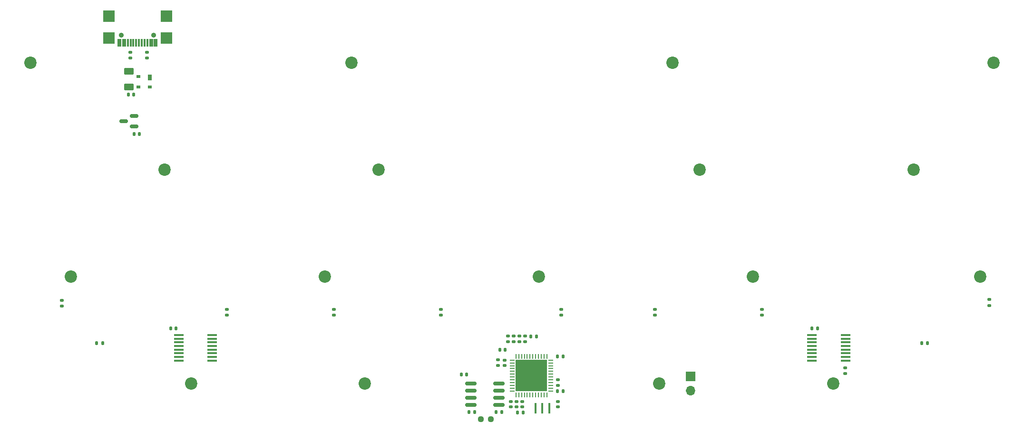
<source format=gbr>
%TF.GenerationSoftware,KiCad,Pcbnew,(7.0.0)*%
%TF.CreationDate,2023-09-28T20:04:14+02:00*%
%TF.ProjectId,travaulta,74726176-6175-46c7-9461-2e6b69636164,rev?*%
%TF.SameCoordinates,Original*%
%TF.FileFunction,Soldermask,Bot*%
%TF.FilePolarity,Negative*%
%FSLAX46Y46*%
G04 Gerber Fmt 4.6, Leading zero omitted, Abs format (unit mm)*
G04 Created by KiCad (PCBNEW (7.0.0)) date 2023-09-28 20:04:14*
%MOMM*%
%LPD*%
G01*
G04 APERTURE LIST*
G04 Aperture macros list*
%AMRoundRect*
0 Rectangle with rounded corners*
0 $1 Rounding radius*
0 $2 $3 $4 $5 $6 $7 $8 $9 X,Y pos of 4 corners*
0 Add a 4 corners polygon primitive as box body*
4,1,4,$2,$3,$4,$5,$6,$7,$8,$9,$2,$3,0*
0 Add four circle primitives for the rounded corners*
1,1,$1+$1,$2,$3*
1,1,$1+$1,$4,$5*
1,1,$1+$1,$6,$7*
1,1,$1+$1,$8,$9*
0 Add four rect primitives between the rounded corners*
20,1,$1+$1,$2,$3,$4,$5,0*
20,1,$1+$1,$4,$5,$6,$7,0*
20,1,$1+$1,$6,$7,$8,$9,0*
20,1,$1+$1,$8,$9,$2,$3,0*%
G04 Aperture macros list end*
%ADD10C,2.200000*%
%ADD11R,0.400000X1.900000*%
%ADD12RoundRect,0.140000X0.140000X0.170000X-0.140000X0.170000X-0.140000X-0.170000X0.140000X-0.170000X0*%
%ADD13RoundRect,0.140000X-0.140000X-0.170000X0.140000X-0.170000X0.140000X0.170000X-0.140000X0.170000X0*%
%ADD14RoundRect,0.140000X-0.170000X0.140000X-0.170000X-0.140000X0.170000X-0.140000X0.170000X0.140000X0*%
%ADD15RoundRect,0.150000X-0.825000X-0.150000X0.825000X-0.150000X0.825000X0.150000X-0.825000X0.150000X0*%
%ADD16RoundRect,0.135000X-0.185000X0.135000X-0.185000X-0.135000X0.185000X-0.135000X0.185000X0.135000X0*%
%ADD17RoundRect,0.135000X0.185000X-0.135000X0.185000X0.135000X-0.185000X0.135000X-0.185000X-0.135000X0*%
%ADD18RoundRect,0.135000X-0.135000X-0.185000X0.135000X-0.185000X0.135000X0.185000X-0.135000X0.185000X0*%
%ADD19RoundRect,0.062500X0.062500X-0.375000X0.062500X0.375000X-0.062500X0.375000X-0.062500X-0.375000X0*%
%ADD20RoundRect,0.062500X0.375000X-0.062500X0.375000X0.062500X-0.375000X0.062500X-0.375000X-0.062500X0*%
%ADD21R,5.600000X5.600000*%
%ADD22RoundRect,0.135000X0.135000X0.185000X-0.135000X0.185000X-0.135000X-0.185000X0.135000X-0.185000X0*%
%ADD23R,1.778000X0.419100*%
%ADD24RoundRect,0.250000X-0.625000X0.375000X-0.625000X-0.375000X0.625000X-0.375000X0.625000X0.375000X0*%
%ADD25R,0.700000X1.000000*%
%ADD26R,0.700000X0.600000*%
%ADD27RoundRect,0.140000X0.170000X-0.140000X0.170000X0.140000X-0.170000X0.140000X-0.170000X-0.140000X0*%
%ADD28R,1.700000X1.700000*%
%ADD29O,1.700000X1.700000*%
%ADD30RoundRect,0.150000X0.587500X0.150000X-0.587500X0.150000X-0.587500X-0.150000X0.587500X-0.150000X0*%
%ADD31RoundRect,0.237500X0.250000X0.237500X-0.250000X0.237500X-0.250000X-0.237500X0.250000X-0.237500X0*%
%ADD32C,0.900000*%
%ADD33RoundRect,0.050000X-0.300000X-0.650000X0.300000X-0.650000X0.300000X0.650000X-0.300000X0.650000X0*%
%ADD34RoundRect,0.050000X-0.150000X-0.650000X0.150000X-0.650000X0.150000X0.650000X-0.150000X0.650000X0*%
%ADD35RoundRect,0.050000X-1.000000X-1.000000X1.000000X-1.000000X1.000000X1.000000X-1.000000X1.000000X0*%
G04 APERTURE END LIST*
D10*
%TO.C,H2*%
X120650000Y-57150000D03*
%TD*%
%TO.C,H11*%
X153987500Y-95250000D03*
%TD*%
%TO.C,H1*%
X63500000Y-57150000D03*
%TD*%
%TO.C,H9*%
X70643750Y-95250000D03*
%TD*%
%TO.C,H13*%
X232568750Y-95250000D03*
%TD*%
%TO.C,H5*%
X87312500Y-76200000D03*
%TD*%
%TO.C,H10*%
X115887500Y-95250000D03*
%TD*%
%TO.C,H8*%
X220662500Y-76200000D03*
%TD*%
%TO.C,H15*%
X123031250Y-114300000D03*
%TD*%
%TO.C,H3*%
X177800000Y-57150000D03*
%TD*%
%TO.C,H17*%
X206375000Y-114300000D03*
%TD*%
%TO.C,H4*%
X234950000Y-57150000D03*
%TD*%
%TO.C,H6*%
X125412500Y-76200000D03*
%TD*%
%TO.C,H16*%
X175418750Y-114300000D03*
%TD*%
%TO.C,H12*%
X192087500Y-95250000D03*
%TD*%
%TO.C,H7*%
X182562500Y-76200000D03*
%TD*%
%TO.C,H14*%
X92075000Y-114300000D03*
%TD*%
D11*
%TO.C,Y1*%
X153415999Y-118744999D03*
X154615999Y-118744999D03*
X155815999Y-118744999D03*
%TD*%
D12*
%TO.C,C7*%
X147984000Y-108331000D03*
X147024000Y-108331000D03*
%TD*%
D13*
%TO.C,C12*%
X202609436Y-104534305D03*
X203569436Y-104534305D03*
%TD*%
D14*
%TO.C,C15*%
X149031000Y-117540000D03*
X149031000Y-118500000D03*
%TD*%
D15*
%TO.C,U5*%
X141899097Y-118120501D03*
X141899097Y-116850501D03*
X141899097Y-115580501D03*
X141899097Y-114310501D03*
X146849097Y-114310501D03*
X146849097Y-115580501D03*
X146849097Y-116850501D03*
X146849097Y-118120501D03*
%TD*%
D16*
%TO.C,R7*%
X146742000Y-110107000D03*
X146742000Y-111127000D03*
%TD*%
D17*
%TO.C,R11*%
X98425000Y-102110000D03*
X98425000Y-101090000D03*
%TD*%
D16*
%TO.C,R2*%
X151511000Y-105877000D03*
X151511000Y-106897000D03*
%TD*%
D13*
%TO.C,C9*%
X157311000Y-115663994D03*
X158271000Y-115663994D03*
%TD*%
D18*
%TO.C,R4*%
X152525000Y-105918000D03*
X153545000Y-105918000D03*
%TD*%
D19*
%TO.C,U1*%
X155404000Y-116340500D03*
X154904000Y-116340500D03*
X154404000Y-116340500D03*
X153904000Y-116340500D03*
X153404000Y-116340500D03*
X152904000Y-116340500D03*
X152404000Y-116340500D03*
X151904000Y-116340500D03*
X151404000Y-116340500D03*
X150904000Y-116340500D03*
X150404000Y-116340500D03*
X149904000Y-116340500D03*
D20*
X149216500Y-115653000D03*
X149216500Y-115153000D03*
X149216500Y-114653000D03*
X149216500Y-114153000D03*
X149216500Y-113653000D03*
X149216500Y-113153000D03*
X149216500Y-112653000D03*
X149216500Y-112153000D03*
X149216500Y-111653000D03*
X149216500Y-111153000D03*
X149216500Y-110653000D03*
X149216500Y-110153000D03*
D19*
X149904000Y-109465500D03*
X150404000Y-109465500D03*
X150904000Y-109465500D03*
X151404000Y-109465500D03*
X151904000Y-109465500D03*
X152404000Y-109465500D03*
X152904000Y-109465500D03*
X153404000Y-109465500D03*
X153904000Y-109465500D03*
X154404000Y-109465500D03*
X154904000Y-109465500D03*
X155404000Y-109465500D03*
D20*
X156091500Y-110153000D03*
X156091500Y-110653000D03*
X156091500Y-111153000D03*
X156091500Y-111653000D03*
X156091500Y-112153000D03*
X156091500Y-112653000D03*
X156091500Y-113153000D03*
X156091500Y-113653000D03*
X156091500Y-114153000D03*
X156091500Y-114653000D03*
X156091500Y-115153000D03*
X156091500Y-115653000D03*
D21*
X152653999Y-112902999D03*
%TD*%
D17*
%TO.C,R12*%
X157956250Y-102110000D03*
X157956250Y-101090000D03*
%TD*%
%TO.C,R15*%
X69088000Y-100522500D03*
X69088000Y-99502500D03*
%TD*%
D14*
%TO.C,C11*%
X151063000Y-117540000D03*
X151063000Y-118500000D03*
%TD*%
D22*
%TO.C,R13*%
X76305148Y-107156250D03*
X75285148Y-107156250D03*
%TD*%
D13*
%TO.C,C8*%
X157311000Y-109474000D03*
X158271000Y-109474000D03*
%TD*%
D17*
%TO.C,R10*%
X174625000Y-102110000D03*
X174625000Y-101090000D03*
%TD*%
D23*
%TO.C,U3*%
X208555589Y-105676699D03*
X208555589Y-106326939D03*
X208555589Y-106977179D03*
X208555589Y-107627419D03*
X208555589Y-108272579D03*
X208555589Y-108922819D03*
X208555589Y-109573059D03*
X208555589Y-110223299D03*
X202606909Y-110223299D03*
X202606909Y-109573059D03*
X202606909Y-108922819D03*
X202606909Y-108272579D03*
X202606909Y-107627419D03*
X202606909Y-106977179D03*
X202606909Y-106326939D03*
X202606909Y-105676699D03*
%TD*%
D17*
%TO.C,R1*%
X148463000Y-106897000D03*
X148463000Y-105877000D03*
%TD*%
D16*
%TO.C,R16*%
X234156250Y-99377387D03*
X234156250Y-100397387D03*
%TD*%
D12*
%TO.C,C14*%
X141132500Y-112712500D03*
X140172500Y-112712500D03*
%TD*%
D17*
%TO.C,R9*%
X149479000Y-106897000D03*
X149479000Y-105877000D03*
%TD*%
D12*
%TO.C,C13*%
X89380000Y-104485820D03*
X88420000Y-104485820D03*
%TD*%
D18*
%TO.C,R21*%
X146332687Y-119390501D03*
X147352687Y-119390501D03*
%TD*%
D13*
%TO.C,C5*%
X81943000Y-69850000D03*
X82903000Y-69850000D03*
%TD*%
D17*
%TO.C,R20*%
X193675000Y-102110000D03*
X193675000Y-101090000D03*
%TD*%
D22*
%TO.C,R23*%
X142592312Y-119390501D03*
X141572312Y-119390501D03*
%TD*%
D16*
%TO.C,R14*%
X208548088Y-111558447D03*
X208548088Y-112578447D03*
%TD*%
D18*
%TO.C,R6*%
X150169000Y-119507000D03*
X151189000Y-119507000D03*
%TD*%
D24*
%TO.C,F_USBC1*%
X80962500Y-58671000D03*
X80962500Y-61471000D03*
%TD*%
D25*
%TO.C,D1*%
X84692999Y-59828999D03*
D26*
X84692999Y-61528999D03*
X82692999Y-61528999D03*
X82692999Y-59628999D03*
%TD*%
D17*
%TO.C,R18*%
X81280000Y-56356250D03*
X81280000Y-55336250D03*
%TD*%
D16*
%TO.C,R3*%
X157410000Y-113663000D03*
X157410000Y-114683000D03*
%TD*%
%TO.C,R8*%
X150495000Y-105877000D03*
X150495000Y-106897000D03*
%TD*%
D18*
%TO.C,R5*%
X222146885Y-107164145D03*
X223166885Y-107164145D03*
%TD*%
D27*
%TO.C,C1*%
X147885000Y-111097000D03*
X147885000Y-110137000D03*
%TD*%
D13*
%TO.C,C4*%
X80927000Y-62865000D03*
X81887000Y-62865000D03*
%TD*%
D23*
%TO.C,U4*%
X95843089Y-105676699D03*
X95843089Y-106326939D03*
X95843089Y-106977179D03*
X95843089Y-107627419D03*
X95843089Y-108272579D03*
X95843089Y-108922819D03*
X95843089Y-109573059D03*
X95843089Y-110223299D03*
X89894409Y-110223299D03*
X89894409Y-109573059D03*
X89894409Y-108922819D03*
X89894409Y-108272579D03*
X89894409Y-107627419D03*
X89894409Y-106977179D03*
X89894409Y-106326939D03*
X89894409Y-105676699D03*
%TD*%
D28*
%TO.C,SW38*%
X180974999Y-113024999D03*
D29*
X180974999Y-115564999D03*
%TD*%
D14*
%TO.C,C6*%
X157410000Y-117503000D03*
X157410000Y-118463000D03*
%TD*%
D30*
%TO.C,U2*%
X81963500Y-66614000D03*
X81963500Y-68514000D03*
X80088500Y-67564000D03*
%TD*%
D31*
%TO.C,JP1*%
X145462340Y-120650000D03*
X143637340Y-120650000D03*
%TD*%
D32*
%TO.C,USB1*%
X79660000Y-52271250D03*
X85440000Y-52271250D03*
D33*
X79350000Y-53631250D03*
X80150000Y-53631250D03*
D34*
X80800000Y-53631250D03*
X81300000Y-53631250D03*
X81800000Y-53631250D03*
X82300000Y-53631250D03*
X82800000Y-53631250D03*
X83300000Y-53631250D03*
X83800000Y-53631250D03*
X84300000Y-53631250D03*
D33*
X84950000Y-53631250D03*
X85750000Y-53631250D03*
D35*
X77430000Y-48871250D03*
X77430000Y-52771250D03*
X87670000Y-48871250D03*
X87670000Y-52771250D03*
%TD*%
D17*
%TO.C,R19*%
X136525000Y-102110000D03*
X136525000Y-101090000D03*
%TD*%
D16*
%TO.C,R24*%
X84201000Y-55336250D03*
X84201000Y-56356250D03*
%TD*%
D14*
%TO.C,C10*%
X150047000Y-117540000D03*
X150047000Y-118500000D03*
%TD*%
D17*
%TO.C,R17*%
X117475000Y-102110000D03*
X117475000Y-101090000D03*
%TD*%
M02*

</source>
